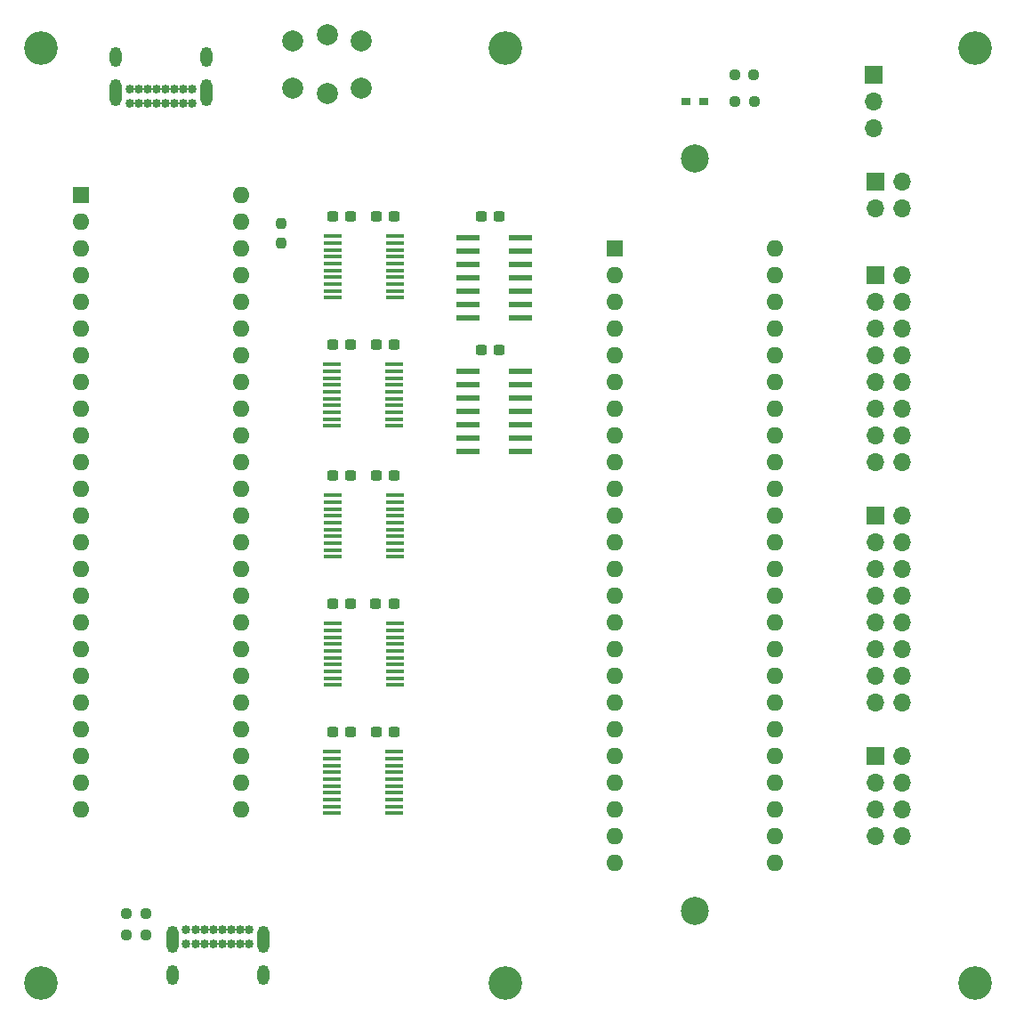
<source format=gbr>
G04 #@! TF.GenerationSoftware,KiCad,Pcbnew,8.0.4+dfsg-1*
G04 #@! TF.CreationDate,2025-03-06T11:30:58+09:00*
G04 #@! TF.ProjectId,bionic-base,62696f6e-6963-42d6-9261-73652e6b6963,14*
G04 #@! TF.SameCoordinates,Original*
G04 #@! TF.FileFunction,Soldermask,Top*
G04 #@! TF.FilePolarity,Negative*
%FSLAX46Y46*%
G04 Gerber Fmt 4.6, Leading zero omitted, Abs format (unit mm)*
G04 Created by KiCad (PCBNEW 8.0.4+dfsg-1) date 2025-03-06 11:30:58*
%MOMM*%
%LPD*%
G01*
G04 APERTURE LIST*
G04 Aperture macros list*
%AMRoundRect*
0 Rectangle with rounded corners*
0 $1 Rounding radius*
0 $2 $3 $4 $5 $6 $7 $8 $9 X,Y pos of 4 corners*
0 Add a 4 corners polygon primitive as box body*
4,1,4,$2,$3,$4,$5,$6,$7,$8,$9,$2,$3,0*
0 Add four circle primitives for the rounded corners*
1,1,$1+$1,$2,$3*
1,1,$1+$1,$4,$5*
1,1,$1+$1,$6,$7*
1,1,$1+$1,$8,$9*
0 Add four rect primitives between the rounded corners*
20,1,$1+$1,$2,$3,$4,$5,0*
20,1,$1+$1,$4,$5,$6,$7,0*
20,1,$1+$1,$6,$7,$8,$9,0*
20,1,$1+$1,$8,$9,$2,$3,0*%
G04 Aperture macros list end*
%ADD10RoundRect,0.237500X-0.300000X-0.237500X0.300000X-0.237500X0.300000X0.237500X-0.300000X0.237500X0*%
%ADD11R,1.761998X0.354800*%
%ADD12R,0.965200X0.762000*%
%ADD13R,1.600000X1.600000*%
%ADD14O,1.600000X1.600000*%
%ADD15R,1.700000X1.700000*%
%ADD16O,1.700000X1.700000*%
%ADD17RoundRect,0.237500X0.250000X0.237500X-0.250000X0.237500X-0.250000X-0.237500X0.250000X-0.237500X0*%
%ADD18C,3.200000*%
%ADD19RoundRect,0.237500X0.300000X0.237500X-0.300000X0.237500X-0.300000X-0.237500X0.300000X-0.237500X0*%
%ADD20C,2.670000*%
%ADD21RoundRect,0.237500X-0.250000X-0.237500X0.250000X-0.237500X0.250000X0.237500X-0.250000X0.237500X0*%
%ADD22RoundRect,0.237500X0.237500X-0.250000X0.237500X0.250000X-0.237500X0.250000X-0.237500X-0.250000X0*%
%ADD23R,2.269998X0.558000*%
%ADD24C,2.000000*%
%ADD25C,0.854000*%
%ADD26O,1.104000X1.904000*%
%ADD27O,1.104000X2.604000*%
G04 APERTURE END LIST*
D10*
X108765000Y-110905000D03*
X110490000Y-110905000D03*
D11*
X104556000Y-112806000D03*
X104556000Y-113456001D03*
X104556000Y-114105999D03*
X104556000Y-114756001D03*
X104556000Y-115405999D03*
X104556000Y-116055998D03*
X104556000Y-116705999D03*
X104556000Y-117355998D03*
X104556000Y-118005999D03*
X104556000Y-118655998D03*
X110498000Y-118656000D03*
X110498000Y-118006002D03*
X110498000Y-117356001D03*
X110498000Y-116706002D03*
X110498000Y-116056001D03*
X110498000Y-115406002D03*
X110498000Y-114756001D03*
X110498000Y-114106002D03*
X110498000Y-113456001D03*
X110498000Y-112806002D03*
D12*
X139976300Y-50950000D03*
X138223700Y-50950000D03*
D13*
X80680000Y-59840000D03*
D14*
X80680000Y-62380000D03*
X80680000Y-64920000D03*
X80680000Y-67460000D03*
X80680000Y-70000000D03*
X80680000Y-72540000D03*
X80680000Y-75080000D03*
X80680000Y-77620000D03*
X80680000Y-80160000D03*
X80680000Y-82700000D03*
X80680000Y-85240000D03*
X80680000Y-87780000D03*
X80680000Y-90320000D03*
X80680000Y-92860000D03*
X80680000Y-95400000D03*
X80680000Y-97940000D03*
X80680000Y-100480000D03*
X80680000Y-103020000D03*
X80680000Y-105560000D03*
X80680000Y-108100000D03*
X80680000Y-110640000D03*
X80680000Y-113180000D03*
X80680000Y-115720000D03*
X80680000Y-118260000D03*
X95920000Y-118260000D03*
X95920000Y-115720000D03*
X95920000Y-113180000D03*
X95920000Y-110640000D03*
X95920000Y-108100000D03*
X95920000Y-105560000D03*
X95920000Y-103020000D03*
X95920000Y-100480000D03*
X95920000Y-97940000D03*
X95920000Y-95400000D03*
X95920000Y-92860000D03*
X95920000Y-90320000D03*
X95920000Y-87780000D03*
X95920000Y-85240000D03*
X95920000Y-82700000D03*
X95920000Y-80160000D03*
X95920000Y-77620000D03*
X95920000Y-75080000D03*
X95920000Y-72540000D03*
X95920000Y-70000000D03*
X95920000Y-67460000D03*
X95920000Y-64920000D03*
X95920000Y-62380000D03*
X95920000Y-59840000D03*
D11*
X104624500Y-63773000D03*
X104624500Y-64423001D03*
X104624500Y-65072999D03*
X104624500Y-65723001D03*
X104624500Y-66372999D03*
X104624500Y-67022998D03*
X104624500Y-67672999D03*
X104624500Y-68322998D03*
X104624500Y-68972999D03*
X104624500Y-69622998D03*
X110566500Y-69623000D03*
X110566500Y-68973002D03*
X110566500Y-68323001D03*
X110566500Y-67673002D03*
X110566500Y-67023001D03*
X110566500Y-66373002D03*
X110566500Y-65723001D03*
X110566500Y-65073002D03*
X110566500Y-64423001D03*
X110566500Y-63773002D03*
D15*
X156310000Y-58565000D03*
D16*
X158850000Y-58565000D03*
X156310000Y-61105000D03*
X158850000Y-61105000D03*
D15*
X156245000Y-67450000D03*
D16*
X158785000Y-67450000D03*
X156245000Y-69990000D03*
X158785000Y-69990000D03*
X156245000Y-72530000D03*
X158785000Y-72530000D03*
X156245000Y-75070000D03*
X158785000Y-75070000D03*
X156245000Y-77610000D03*
X158785000Y-77610000D03*
X156245000Y-80150000D03*
X158785000Y-80150000D03*
X156245000Y-82690000D03*
X158785000Y-82690000D03*
X156245000Y-85230000D03*
X158785000Y-85230000D03*
D17*
X86824900Y-128166000D03*
X84999900Y-128166000D03*
D18*
X165770000Y-45870000D03*
D19*
X106334000Y-74064000D03*
X104609000Y-74064000D03*
D11*
X104624500Y-88422000D03*
X104624500Y-89072001D03*
X104624500Y-89721999D03*
X104624500Y-90372001D03*
X104624500Y-91021999D03*
X104624500Y-91671998D03*
X104624500Y-92321999D03*
X104624500Y-92971998D03*
X104624500Y-93621999D03*
X104624500Y-94271998D03*
X110566500Y-94272000D03*
X110566500Y-93622002D03*
X110566500Y-92972001D03*
X110566500Y-92322002D03*
X110566500Y-91672001D03*
X110566500Y-91022002D03*
X110566500Y-90372001D03*
X110566500Y-89722002D03*
X110566500Y-89072001D03*
X110566500Y-88422002D03*
D17*
X86824900Y-130198000D03*
X84999900Y-130198000D03*
D18*
X165770000Y-134770000D03*
D19*
X106334000Y-110894000D03*
X104609000Y-110894000D03*
D18*
X121066000Y-134770000D03*
D13*
X131480000Y-64920000D03*
D14*
X131480000Y-67460000D03*
X131480000Y-70000000D03*
X131480000Y-72540000D03*
X131480000Y-75080000D03*
X131480000Y-77620000D03*
X131480000Y-80160000D03*
X131480000Y-82700000D03*
X131480000Y-85240000D03*
X131480000Y-87780000D03*
X131480000Y-90320000D03*
X131480000Y-92860000D03*
X131480000Y-95400000D03*
X131480000Y-97940000D03*
X131480000Y-100480000D03*
X131480000Y-103020000D03*
X131480000Y-105560000D03*
X131480000Y-108100000D03*
X131480000Y-110640000D03*
X131480000Y-113180000D03*
X131480000Y-115720000D03*
X131480000Y-118260000D03*
X131480000Y-120800000D03*
X131480000Y-123340000D03*
X146720000Y-123340000D03*
X146720000Y-120800000D03*
X146720000Y-118260000D03*
X146720000Y-115720000D03*
X146720000Y-113180000D03*
X146720000Y-110640000D03*
X146720000Y-108100000D03*
X146720000Y-105560000D03*
X146720000Y-103020000D03*
X146720000Y-100480000D03*
X146720000Y-97940000D03*
X146720000Y-95400000D03*
X146720000Y-92860000D03*
X146720000Y-90320000D03*
X146720000Y-87780000D03*
X146720000Y-85240000D03*
X146720000Y-82700000D03*
X146720000Y-80160000D03*
X146720000Y-77620000D03*
X146720000Y-75080000D03*
X146720000Y-72540000D03*
X146720000Y-70000000D03*
X146720000Y-67460000D03*
X146720000Y-64920000D03*
D20*
X139100000Y-127910000D03*
X139100000Y-56410000D03*
D19*
X120456900Y-61872000D03*
X118731900Y-61872000D03*
D10*
X108721600Y-98702000D03*
X110446600Y-98702000D03*
D15*
X156310000Y-113180000D03*
D16*
X158850000Y-113180000D03*
X156310000Y-115720000D03*
X158850000Y-115720000D03*
X156310000Y-118260000D03*
X158850000Y-118260000D03*
X156310000Y-120800000D03*
X158850000Y-120800000D03*
D18*
X76870000Y-134770000D03*
D10*
X108765000Y-74075000D03*
X110490000Y-74075000D03*
D21*
X142886500Y-48410000D03*
X144711500Y-48410000D03*
D22*
X99730000Y-64435500D03*
X99730000Y-62610500D03*
D18*
X76870000Y-45870000D03*
D23*
X117510000Y-63904000D03*
X117510000Y-65174000D03*
X117510000Y-66444000D03*
X117510000Y-67714000D03*
X117510000Y-68984000D03*
X117510000Y-70254000D03*
X117510000Y-71524000D03*
X122537600Y-71524000D03*
X122537600Y-70254000D03*
X122537600Y-68984000D03*
X122537600Y-67714000D03*
X122537600Y-66444000D03*
X122537600Y-65174000D03*
X122537600Y-63904000D03*
D21*
X142910000Y-50950000D03*
X144735000Y-50950000D03*
D19*
X120456900Y-74572000D03*
X118731900Y-74572000D03*
X106334000Y-98702000D03*
X104609000Y-98702000D03*
D10*
X108765000Y-61883000D03*
X110490000Y-61883000D03*
D19*
X106334000Y-86510000D03*
X104609000Y-86510000D03*
D15*
X156245000Y-90310000D03*
D16*
X158785000Y-90310000D03*
X156245000Y-92850000D03*
X158785000Y-92850000D03*
X156245000Y-95390000D03*
X158785000Y-95390000D03*
X156245000Y-97930000D03*
X158785000Y-97930000D03*
X156245000Y-100470000D03*
X158785000Y-100470000D03*
X156245000Y-103010000D03*
X158785000Y-103010000D03*
X156245000Y-105550000D03*
X158785000Y-105550000D03*
X156245000Y-108090000D03*
X158785000Y-108090000D03*
D11*
X104556000Y-75976000D03*
X104556000Y-76626001D03*
X104556000Y-77275999D03*
X104556000Y-77926001D03*
X104556000Y-78575999D03*
X104556000Y-79225998D03*
X104556000Y-79875999D03*
X104556000Y-80525998D03*
X104556000Y-81175999D03*
X104556000Y-81825998D03*
X110498000Y-81826000D03*
X110498000Y-81176002D03*
X110498000Y-80526001D03*
X110498000Y-79876002D03*
X110498000Y-79226001D03*
X110498000Y-78576002D03*
X110498000Y-77926001D03*
X110498000Y-77276002D03*
X110498000Y-76626001D03*
X110498000Y-75976002D03*
D15*
X156118000Y-48425000D03*
D16*
X156118000Y-50965000D03*
X156118000Y-53505000D03*
D10*
X108765000Y-86521000D03*
X110490000Y-86521000D03*
D24*
X100850000Y-45180000D03*
X107350000Y-45180000D03*
X100850000Y-49680000D03*
X107350000Y-49680000D03*
X104100000Y-44630000D03*
X104100000Y-50230000D03*
D11*
X104624500Y-100614000D03*
X104624500Y-101264001D03*
X104624500Y-101913999D03*
X104624500Y-102564001D03*
X104624500Y-103213999D03*
X104624500Y-103863998D03*
X104624500Y-104513999D03*
X104624500Y-105163998D03*
X104624500Y-105813999D03*
X104624500Y-106463998D03*
X110566500Y-106464000D03*
X110566500Y-105814002D03*
X110566500Y-105164001D03*
X110566500Y-104514002D03*
X110566500Y-103864001D03*
X110566500Y-103214002D03*
X110566500Y-102564001D03*
X110566500Y-101914002D03*
X110566500Y-101264001D03*
X110566500Y-100614002D03*
D23*
X117510000Y-76604000D03*
X117510000Y-77874000D03*
X117510000Y-79144000D03*
X117510000Y-80414000D03*
X117510000Y-81684000D03*
X117510000Y-82954000D03*
X117510000Y-84224000D03*
X122537600Y-84224000D03*
X122537600Y-82954000D03*
X122537600Y-81684000D03*
X122537600Y-80414000D03*
X122537600Y-79144000D03*
X122537600Y-77874000D03*
X122537600Y-76604000D03*
D25*
X90703000Y-129700500D03*
X91553000Y-129700500D03*
X92403000Y-129700500D03*
X93253000Y-129700500D03*
X94103000Y-129700500D03*
X94953000Y-129700500D03*
X95803000Y-129700500D03*
X96653000Y-129700500D03*
X96653000Y-131050500D03*
X95803000Y-131050500D03*
X94953000Y-131050500D03*
X94103000Y-131050500D03*
X93253000Y-131050500D03*
X92403000Y-131050500D03*
X91553000Y-131050500D03*
X90703000Y-131050500D03*
D26*
X89353000Y-134060500D03*
X98003000Y-134060500D03*
D27*
X89353000Y-130680500D03*
X98003000Y-130680500D03*
D19*
X106334000Y-61872000D03*
X104609000Y-61872000D03*
D18*
X121066000Y-45870000D03*
D25*
X85325000Y-51119000D03*
X86175000Y-51119000D03*
X87025000Y-51119000D03*
X87875000Y-51119000D03*
X88725000Y-51119000D03*
X89575000Y-51119000D03*
X90425000Y-51119000D03*
X91275000Y-51119000D03*
X91275000Y-49769000D03*
X90425000Y-49769000D03*
X89575000Y-49769000D03*
X88725000Y-49769000D03*
X87875000Y-49769000D03*
X87025000Y-49769000D03*
X86175000Y-49769000D03*
X85325000Y-49769000D03*
D26*
X83975000Y-46759000D03*
X92625000Y-46759000D03*
D27*
X83975000Y-50139000D03*
X92625000Y-50139000D03*
M02*

</source>
